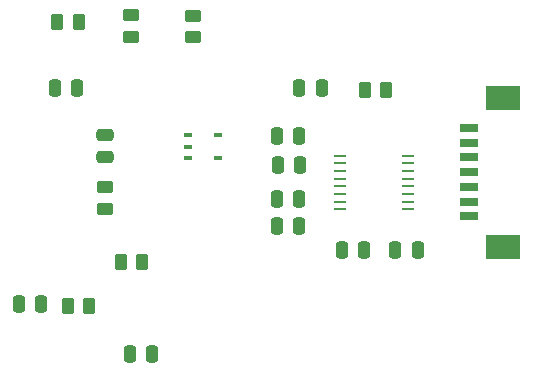
<source format=gtp>
%TF.GenerationSoftware,KiCad,Pcbnew,7.0.7*%
%TF.CreationDate,2024-03-25T16:43:20-04:00*%
%TF.ProjectId,MicBoard,4d696342-6f61-4726-942e-6b696361645f,rev?*%
%TF.SameCoordinates,Original*%
%TF.FileFunction,Paste,Top*%
%TF.FilePolarity,Positive*%
%FSLAX46Y46*%
G04 Gerber Fmt 4.6, Leading zero omitted, Abs format (unit mm)*
G04 Created by KiCad (PCBNEW 7.0.7) date 2024-03-25 16:43:20*
%MOMM*%
%LPD*%
G01*
G04 APERTURE LIST*
G04 Aperture macros list*
%AMRoundRect*
0 Rectangle with rounded corners*
0 $1 Rounding radius*
0 $2 $3 $4 $5 $6 $7 $8 $9 X,Y pos of 4 corners*
0 Add a 4 corners polygon primitive as box body*
4,1,4,$2,$3,$4,$5,$6,$7,$8,$9,$2,$3,0*
0 Add four circle primitives for the rounded corners*
1,1,$1+$1,$2,$3*
1,1,$1+$1,$4,$5*
1,1,$1+$1,$6,$7*
1,1,$1+$1,$8,$9*
0 Add four rect primitives between the rounded corners*
20,1,$1+$1,$2,$3,$4,$5,0*
20,1,$1+$1,$4,$5,$6,$7,0*
20,1,$1+$1,$6,$7,$8,$9,0*
20,1,$1+$1,$8,$9,$2,$3,0*%
G04 Aperture macros list end*
%ADD10RoundRect,0.250000X-0.262500X-0.450000X0.262500X-0.450000X0.262500X0.450000X-0.262500X0.450000X0*%
%ADD11RoundRect,0.250000X-0.250000X-0.475000X0.250000X-0.475000X0.250000X0.475000X-0.250000X0.475000X0*%
%ADD12RoundRect,0.250000X0.250000X0.475000X-0.250000X0.475000X-0.250000X-0.475000X0.250000X-0.475000X0*%
%ADD13RoundRect,0.250000X-0.475000X0.250000X-0.475000X-0.250000X0.475000X-0.250000X0.475000X0.250000X0*%
%ADD14R,1.117600X0.228600*%
%ADD15R,0.774700X0.457200*%
%ADD16RoundRect,0.250000X-0.450000X0.262500X-0.450000X-0.262500X0.450000X-0.262500X0.450000X0.262500X0*%
%ADD17R,1.600000X0.800000*%
%ADD18R,3.000000X2.100000*%
G04 APERTURE END LIST*
D10*
%TO.C,R7*%
X86313000Y-61595000D03*
X88138000Y-61595000D03*
%TD*%
D11*
%TO.C,C10*%
X88905000Y-75184000D03*
X90805000Y-75184000D03*
%TD*%
%TO.C,C4*%
X66426000Y-83947000D03*
X68326000Y-83947000D03*
%TD*%
D12*
%TO.C,C1*%
X61975293Y-61467293D03*
X60075293Y-61467293D03*
%TD*%
D13*
%TO.C,C2*%
X64325500Y-65405000D03*
X64325500Y-67305000D03*
%TD*%
D10*
%TO.C,R1*%
X60277293Y-55879293D03*
X62102293Y-55879293D03*
%TD*%
D12*
%TO.C,C5*%
X80772000Y-70866000D03*
X78872000Y-70866000D03*
%TD*%
D10*
%TO.C,R5*%
X61167000Y-79883000D03*
X62992000Y-79883000D03*
%TD*%
D14*
%TO.C,U3*%
X84226400Y-67194001D03*
X84226400Y-67843999D03*
X84226400Y-68494001D03*
X84226400Y-69143999D03*
X84226400Y-69793998D03*
X84226400Y-70443999D03*
X84226400Y-71093998D03*
X84226400Y-71743999D03*
X90017600Y-71743999D03*
X90017600Y-71094001D03*
X90017600Y-70443999D03*
X90017600Y-69794001D03*
X90017600Y-69144002D03*
X90017600Y-68494001D03*
X90017600Y-67844002D03*
X90017600Y-67194001D03*
%TD*%
D12*
%TO.C,C6*%
X78872000Y-73152000D03*
X80772000Y-73152000D03*
%TD*%
D15*
%TO.C,U2*%
X71380350Y-65470999D03*
X71380350Y-66421000D03*
X71380350Y-67371001D03*
X73907650Y-67371001D03*
X73907650Y-65470999D03*
%TD*%
D12*
%TO.C,C11*%
X82677000Y-61468000D03*
X80777000Y-61468000D03*
%TD*%
D16*
%TO.C,R3*%
X64325500Y-69850000D03*
X64325500Y-71675000D03*
%TD*%
%TO.C,R2*%
X66548000Y-55278000D03*
X66548000Y-57103000D03*
%TD*%
D12*
%TO.C,C8*%
X80883000Y-67968999D03*
X78983000Y-67968999D03*
%TD*%
D10*
%TO.C,R6*%
X65659000Y-76200000D03*
X67484000Y-76200000D03*
%TD*%
D17*
%TO.C,J2*%
X95144000Y-72330000D03*
X95144000Y-71080000D03*
X95144000Y-69830000D03*
X95144000Y-68580000D03*
X95144000Y-67330000D03*
X95144000Y-66080000D03*
X95144000Y-64830000D03*
D18*
X98044000Y-74880000D03*
X98044000Y-62280000D03*
%TD*%
D11*
%TO.C,C3*%
X57028000Y-79756000D03*
X58928000Y-79756000D03*
%TD*%
%TO.C,C7*%
X78872000Y-65532000D03*
X80772000Y-65532000D03*
%TD*%
D16*
%TO.C,R4*%
X71755000Y-55325000D03*
X71755000Y-57150000D03*
%TD*%
D11*
%TO.C,C9*%
X84394000Y-75184000D03*
X86294000Y-75184000D03*
%TD*%
M02*

</source>
